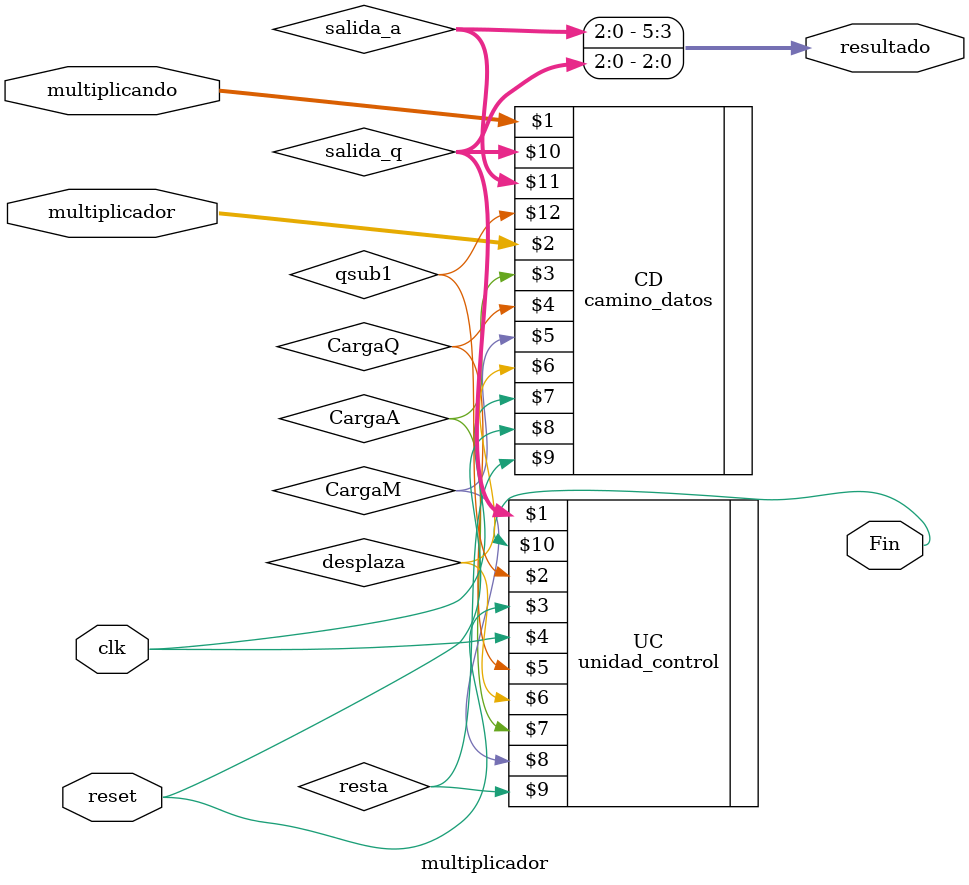
<source format=v>
module multiplicador (input wire [2:0] multiplicador, multiplicando, input wire clk, reset, output wire [5:0] resultado, output Fin);
  // Salida de CD con Q, de la cual cogeremos el q0 para poder pasarlo a la UC y poder controlar que operacion hacer junto con qsub1, que viene del FlipFlop
  wire [2:0] salida_q; 
  wire [3:0] salida_a;
  wire CargaA, CargaM, CargaQ, desplaza,  resta, qsub1;

  // module camino_datos (input wire [2:0] entrada_q, entrada_m, input wire CargaA, CargaQ, CargaM, desplaza, 
  //                      clk, reset, resta, output wire [2:0] salida_q, output wire [3:0] salida_a, output wire qsub1);
  camino_datos CD(multiplicando, multiplicador, CargaA, CargaQ, CargaM, desplaza, clk, reset, resta, salida_q, salida_a, qsub1);
  // module unidad_control (input wire q0, qsub1, reset, clk, output wire CargaQ, DesplazaAQ, CargaA, CargaM, Fin);
  unidad_control UC(salida_q, qsub1, reset, clk, CargaQ, desplaza, CargaA, CargaM, resta, Fin);
  assign resultado = {salida_a[2],salida_a[1],salida_a[0],salida_q[2],salida_q[1],salida_q[0]};
endmodule


</source>
